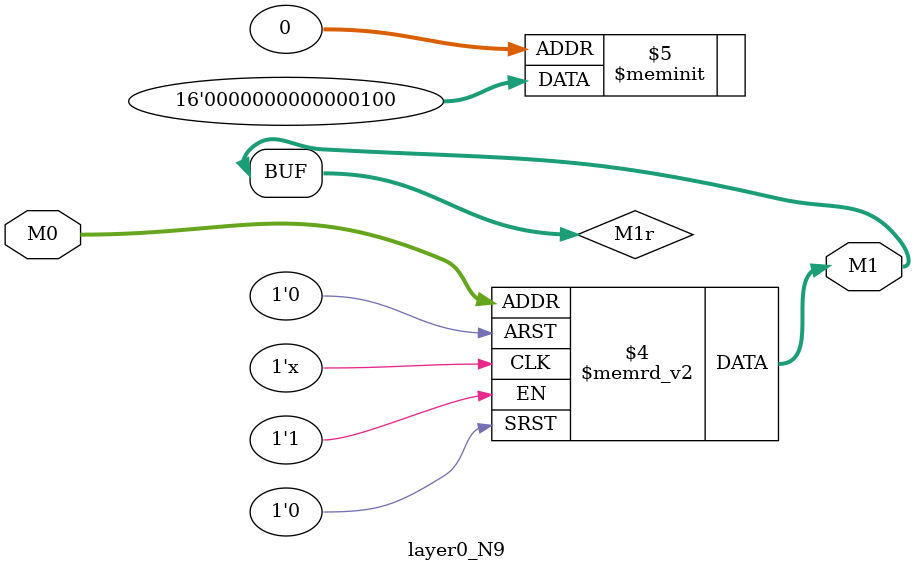
<source format=v>
module layer0_N9 ( input [2:0] M0, output [1:0] M1 );

	(*rom_style = "distributed" *) reg [1:0] M1r;
	assign M1 = M1r;
	always @ (M0) begin
		case (M0)
			3'b000: M1r = 2'b00;
			3'b100: M1r = 2'b00;
			3'b010: M1r = 2'b00;
			3'b110: M1r = 2'b00;
			3'b001: M1r = 2'b01;
			3'b101: M1r = 2'b00;
			3'b011: M1r = 2'b00;
			3'b111: M1r = 2'b00;

		endcase
	end
endmodule

</source>
